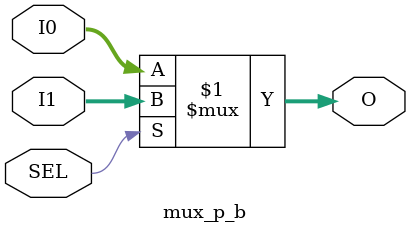
<source format=v>


module mux_8_s(I0, I1, SEL, O);
	input [7:0] I0, I1;
	input SEL;
	output [7:0] O;
	
	wire [7:0] w1, w2, not_sel;
	
	genvar i;
	generate
		for(i = 0; i < 8; i = i + 1) begin
			not(not_sel[i], SEL);
			and(w1[i], I1[i], SEL);
			and(w2[i], I0[i], not_sel[i]);
			or(O[i], w1[i], w2[i]);
		end
	endgenerate
endmodule

module mux_8_b(I0, I1, SEL, O);
	input [7:0] I0, I1;
	input SEL;
	output [7:0] O;
	
	assign O = (SEL) ? I1 : I0;
	
endmodule

module mux_p_s(I0, I1, SEL, O);
	parameter WIDTH = 8;
	
	input [WIDTH-1:0] I0, I1;
	input SEL;
	output [WIDTH-1:0] O;
	
	wire [WIDTH-1:0] w1, w2, not_sel;
	
	genvar i;
	generate
		for(i = 0; i < WIDTH; i = i + 1) begin
			not(not_sel[i], SEL);
			and(w1[i], I1[i], SEL);
			and(w2[i], I0[i], not_sel[i]);
			or(O[i], w1[i], w2[i]);
		end
	endgenerate
	
endmodule

module mux_p_b(I0, I1, SEL, O);
	parameter WIDTH = 8;

	input [WIDTH-1:0] I0, I1;
	input SEL;
	output [WIDTH-1:0] O;
	
	assign O = (SEL) ? I1 : I0;
	
endmodule

</source>
